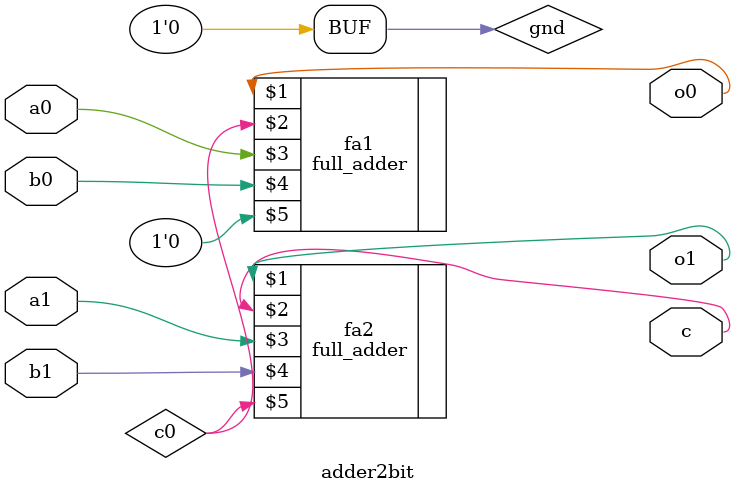
<source format=v>
module adder2bit(o0, o1, c, a0, a1, b0, b1);
    input a0, a1, b0, b1;
    output o0, o1, c;

    supply0 gnd;
    wire c0;

    full_adder fa1(o0, c0, a0, b0, gnd);
    full_adder fa2(o1, c, a1, b1, c0);
endmodule

</source>
